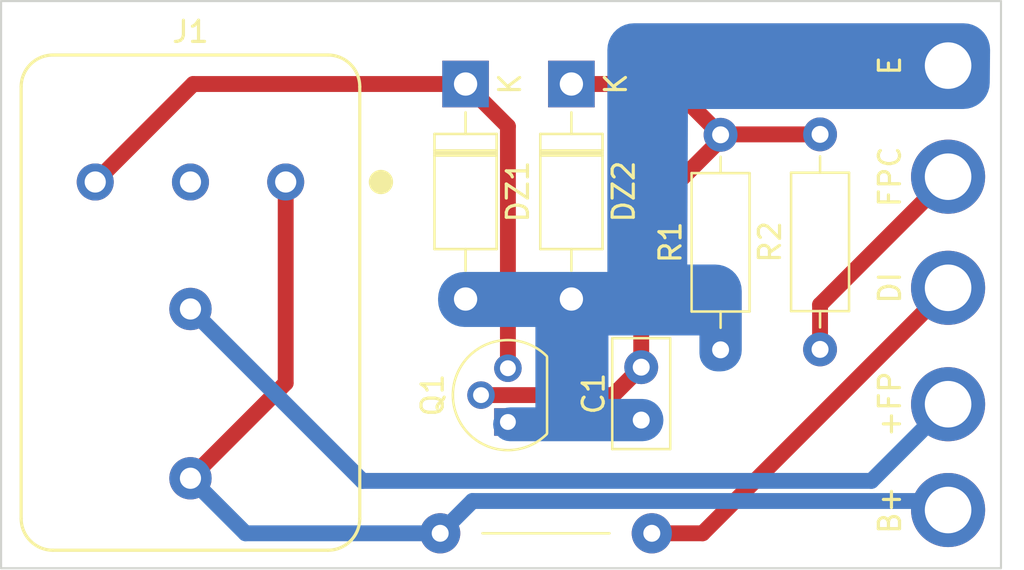
<source format=kicad_pcb>
(kicad_pcb (version 20241229) (generator "pcbnew") (generator_version "9.0")
  (layers (0 "F.Cu" signal) (2 "B.Cu" signal) (13 "F.Paste" user) (15 "B.Paste" user) (5 "F.SilkS" user "F.Silkscreen") (7 "B.SilkS" user "B.Silkscreen") (1 "F.Mask" user) (3 "B.Mask" user) (25 "Edge.Cuts" user))
  (net 0 "")
  (net 1 "Net-(DZ2-K)")
  (net 2 "E")
  (net 4 "+B")
  (net 5 "Net-(DZ1-K)")
  (net 6 "+FP")
  (net 7 "FPC")
  (net 8 "DI")
  (footprint "MountingHole:MountingHole_2.2mm_M2_ISO7380_Pad" (layer "F.Cu") (at 125.75 57.5 90)
    (property "Reference" "FPC" (at 0 -2.75 90) (layer "F.SilkS"))
    (property "Value" "~")
    (pad "1" thru_hole circle (at 0 0 90) (size 3.5 3.5) (drill 2.2) (layers "*.Cu" "*.Mask") (net 7 "FPC"))
  )
  (footprint "Diode_THT:D_DO-41_SOD81_P10.16mm_Horizontal" (layer "F.Cu") (at 102.95 53.12 -90)
    (property "Reference" "DZ1" (at 5.08 -2.47 90) (layer "F.SilkS"))
    (property "Value" "1N4746A")
    (fp_line (start 2.36 1.47) (end 7.8 1.47) (stroke (width 0.12)) (layer "F.SilkS"))
    (fp_line (start 7.8 1.47) (end 7.8 -1.47) (stroke (width 0.12)) (layer "F.SilkS"))
    (fp_line (start 1.34 0) (end 2.36 0) (stroke (width 0.12)) (layer "F.SilkS"))
    (fp_line (start 8.82 0) (end 7.8 0) (stroke (width 0.12)) (layer "F.SilkS"))
    (fp_line (start 2.36 -1.47) (end 2.36 1.47) (stroke (width 0.12)) (layer "F.SilkS"))
    (fp_line (start 3.14 -1.47) (end 3.14 1.47) (stroke (width 0.12)) (layer "F.SilkS"))
    (fp_line (start 3.26 -1.47) (end 3.26 1.47) (stroke (width 0.12)) (layer "F.SilkS"))
    (fp_line (start 3.38 -1.47) (end 3.38 1.47) (stroke (width 0.12)) (layer "F.SilkS"))
    (fp_line (start 7.8 -1.47) (end 2.36 -1.47) (stroke (width 0.12)) (layer "F.SilkS"))
    (fp_text user "K" (at 0 -2.1 90) (layer "F.SilkS"))
    (pad "1" thru_hole rect (at 0 0 270) (size 2.2 2.2) (drill 1.1) (layers "*.Cu" "*.Mask") (net 5 "Net-(DZ1-K)"))
    (pad "2" thru_hole oval (at 10.16 0 270) (size 2.2 2.2) (drill 1.1) (layers "*.Cu" "*.Mask") (net 2 "E"))
  )
  (footprint "Resistor_THT:R_Axial_DIN0207_L6.3mm_D2.5mm_P10.16mm_Horizontal" (layer "F.Cu") (at 115 65.68 90)
    (property "Reference" "R1" (at 5.08 -2.37 90) (layer "F.SilkS"))
    (property "Value" "1M")
    (fp_line (start 8.35 -1.37) (end 1.81 -1.37) (stroke (width 0.12)) (layer "F.SilkS"))
    (fp_line (start 1.81 -1.37) (end 1.81 1.37) (stroke (width 0.12)) (layer "F.SilkS"))
    (fp_line (start 9.12 0) (end 8.35 0) (stroke (width 0.12)) (layer "F.SilkS"))
    (fp_line (start 1.04 0) (end 1.81 0) (stroke (width 0.12)) (layer "F.SilkS"))
    (fp_line (start 8.35 1.37) (end 8.35 -1.37) (stroke (width 0.12)) (layer "F.SilkS"))
    (fp_line (start 1.81 1.37) (end 8.35 1.37) (stroke (width 0.12)) (layer "F.SilkS"))
    (pad "1" thru_hole circle (at 0 0 90) (size 1.6 1.6) (drill 0.8) (layers "*.Cu" "*.Mask") (net 2 "E"))
    (pad "2" thru_hole oval (at 10.16 0 90) (size 1.6 1.6) (drill 0.8) (layers "*.Cu" "*.Mask") (net 1 "Net-(DZ2-K)"))
  )
  (footprint "Capacitor_THT:C_Disc_D5.0mm_W2.5mm_P2.50mm" (layer "F.Cu") (at 111.25 66.5 -90)
    (property "Reference" "C1" (at 1.25 2.25 90) (layer "F.SilkS"))
    (property "Value" "1uF_0603_25V")
    (fp_line (start -1.37 1.37) (end 3.87 1.37) (stroke (width 0.12)) (layer "F.SilkS"))
    (fp_line (start -1.37 -1.37) (end -1.37 1.37) (stroke (width 0.12)) (layer "F.SilkS"))
    (fp_line (start -1.37 -1.37) (end 3.87 -1.37) (stroke (width 0.12)) (layer "F.SilkS"))
    (fp_line (start 3.87 -1.37) (end 3.87 1.37) (stroke (width 0.12)) (layer "F.SilkS"))
    (pad "1" thru_hole circle (at 0 0 270) (size 1.6 1.6) (drill 0.8) (layers "*.Cu" "*.Mask") (net 1 "Net-(DZ2-K)"))
    (pad "2" thru_hole circle (at 2.5 0 270) (size 1.6 1.6) (drill 0.8) (layers "*.Cu" "*.Mask") (net 2 "E"))
  )
  (footprint "PCM_SL_Jumpers:JUP_P10mm" (layer "F.Cu") (at 106.75 74.35)
    (property "Reference" "JP1" (hide yes))
    (property "Value" "JUP_P10mm")
    (fp_line (start -3 0) (end 3 0) (stroke (width 0.12)) (layer "F.SilkS"))
    (pad "1" thru_hole circle (at -5 0) (size 1.9 1.9) (drill 0.8) (layers "*.Cu" "*.Mask") (net 4 "+B"))
    (pad "2" thru_hole circle (at 5 0) (size 1.9 1.9) (drill 0.8) (layers "*.Cu" "*.Mask") (net 8 "DI"))
  )
  (footprint "Package_TO_SOT_THT:TO-92" (layer "F.Cu") (at 104.95 69.09 90)
    (property "Reference" "Q1" (at 1.27 -3.56 90) (layer "F.SilkS"))
    (property "Value" "2N7000")
    (fp_line (start -0.53 1.85) (end 3.07 1.85) (stroke (width 0.12)) (layer "F.SilkS"))
    (fp_arc (start 1.27 -2.6) (mid 3.672087 -0.994977) (end 3.108478 1.838478) (stroke (width 0.12)) (layer "F.SilkS"))
    (fp_arc (start -0.568478 1.838478) (mid -1.132087 -0.994977) (end 1.27 -2.6) (stroke (width 0.12)) (layer "F.SilkS"))
    (pad "1" thru_hole rect (at 0 0 90) (size 1.3 1.3) (drill 0.75) (layers "*.Cu" "*.Mask") (net 2 "E"))
    (pad "2" thru_hole circle (at 1.27 -1.27 90) (size 1.3 1.3) (drill 0.75) (layers "*.Cu" "*.Mask") (net 1 "Net-(DZ2-K)"))
    (pad "3" thru_hole circle (at 2.54 0 90) (size 1.3 1.3) (drill 0.75) (layers "*.Cu" "*.Mask") (net 5 "Net-(DZ1-K)"))
  )
  (footprint "Resistor_THT:R_Axial_DIN0207_L6.3mm_D2.5mm_P10.16mm_Horizontal" (layer "F.Cu") (at 119.7 65.66 90)
    (property "Reference" "R2" (at 5.08 -2.37 90) (layer "F.SilkS"))
    (property "Value" "1k")
    (fp_line (start 8.35 -1.37) (end 1.81 -1.37) (stroke (width 0.12)) (layer "F.SilkS"))
    (fp_line (start 1.81 -1.37) (end 1.81 1.37) (stroke (width 0.12)) (layer "F.SilkS"))
    (fp_line (start 9.12 0) (end 8.35 0) (stroke (width 0.12)) (layer "F.SilkS"))
    (fp_line (start 1.04 0) (end 1.81 0) (stroke (width 0.12)) (layer "F.SilkS"))
    (fp_line (start 8.35 1.37) (end 8.35 -1.37) (stroke (width 0.12)) (layer "F.SilkS"))
    (fp_line (start 1.81 1.37) (end 8.35 1.37) (stroke (width 0.12)) (layer "F.SilkS"))
    (pad "1" thru_hole circle (at 0 0 90) (size 1.6 1.6) (drill 0.8) (layers "*.Cu" "*.Mask") (net 7 "FPC"))
    (pad "2" thru_hole oval (at 10.16 0 90) (size 1.6 1.6) (drill 0.8) (layers "*.Cu" "*.Mask") (net 1 "Net-(DZ2-K)"))
  )
  (footprint "MountingHole:MountingHole_2.2mm_M2_ISO7380_Pad" (layer "F.Cu") (at 125.75 68.25 90)
    (property "Reference" "+FP" (at 0 -2.75 90) (layer "F.SilkS"))
    (property "Value" "~")
    (pad "1" thru_hole circle (at 0 0 90) (size 3.5 3.5) (drill 2.2) (layers "*.Cu" "*.Mask") (net 6 "+FP"))
  )
  (footprint "MountingHole:MountingHole_2.2mm_M2_ISO7380_Pad" (layer "F.Cu") (at 125.75 62.75 90)
    (property "Reference" "DI" (at 0 -2.75 90) (layer "F.SilkS"))
    (property "Value" "~")
    (pad "1" thru_hole circle (at 0 0 90) (size 3.5 3.5) (drill 2.2) (layers "*.Cu" "*.Mask") (net 8 "DI"))
  )
  (footprint "Diode_THT:D_DO-41_SOD81_P10.16mm_Horizontal" (layer "F.Cu") (at 107.95 53.12 -90)
    (property "Reference" "DZ2" (at 5.08 -2.47 90) (layer "F.SilkS"))
    (property "Value" "1N4746A")
    (fp_line (start 2.36 1.47) (end 7.8 1.47) (stroke (width 0.12)) (layer "F.SilkS"))
    (fp_line (start 7.8 1.47) (end 7.8 -1.47) (stroke (width 0.12)) (layer "F.SilkS"))
    (fp_line (start 1.34 0) (end 2.36 0) (stroke (width 0.12)) (layer "F.SilkS"))
    (fp_line (start 8.82 0) (end 7.8 0) (stroke (width 0.12)) (layer "F.SilkS"))
    (fp_line (start 2.36 -1.47) (end 2.36 1.47) (stroke (width 0.12)) (layer "F.SilkS"))
    (fp_line (start 3.14 -1.47) (end 3.14 1.47) (stroke (width 0.12)) (layer "F.SilkS"))
    (fp_line (start 3.26 -1.47) (end 3.26 1.47) (stroke (width 0.12)) (layer "F.SilkS"))
    (fp_line (start 3.38 -1.47) (end 3.38 1.47) (stroke (width 0.12)) (layer "F.SilkS"))
    (fp_line (start 7.8 -1.47) (end 2.36 -1.47) (stroke (width 0.12)) (layer "F.SilkS"))
    (fp_text user "K" (at 0 -2.1 90) (layer "F.SilkS"))
    (pad "1" thru_hole rect (at 0 0 270) (size 2.2 2.2) (drill 1.1) (layers "*.Cu" "*.Mask") (net 1 "Net-(DZ2-K)"))
    (pad "2" thru_hole oval (at 10.16 0 270) (size 2.2 2.2) (drill 1.1) (layers "*.Cu" "*.Mask") (net 2 "E"))
  )
  (footprint "TE_CONNECTIVITY:V23333-Z0002-B049" (layer "F.Cu") (at 89.95 63.75)
    (property "Reference" "J1" (at 0 -13.1 0) (layer "F.SilkS"))
    (property "Value" "V23333-Z0002-B049")
    (fp_line (start -8.000001 9.900001) (end -8 -10.5) (stroke (width 0.15)) (layer "F.SilkS"))
    (fp_line (start -6.5 -12) (end 6.5 -12) (stroke (width 0.15)) (layer "F.SilkS"))
    (fp_line (start 6.500001 11.400001) (end -6.500001 11.400001) (stroke (width 0.15)) (layer "F.SilkS"))
    (fp_line (start 8 -10.5) (end 8.000001 9.900001) (stroke (width 0.15)) (layer "F.SilkS"))
    (fp_arc (start -8 -10.5) (mid -7.56066 -11.56066) (end -6.5 -12) (stroke (width 0.15)) (layer "F.SilkS"))
    (fp_arc (start -6.500001 11.400001) (mid -7.560661 10.960661) (end -8.000001 9.900001) (stroke (width 0.15)) (layer "F.SilkS"))
    (fp_arc (start 6.5 -12) (mid 7.56066 -11.56066) (end 8 -10.5) (stroke (width 0.15)) (layer "F.SilkS"))
    (fp_arc (start 8.000001 9.900001) (mid 7.560661 10.960661) (end 6.500001 11.400001) (stroke (width 0.15)) (layer "F.SilkS"))
    (fp_circle (center 9 -6) (end 9.5 -6) (stroke (width 0.15)) (fill yes) (layer "F.SilkS"))
    (pad "1" thru_hole circle (at 4.5 -6) (size 1.75 1.75) (drill 1) (layers "*.Cu" "*.Mask") (net 4 "+B"))
    (pad "2" thru_hole circle (at -4.5 -6) (size 1.75 1.75) (drill 1) (layers "*.Cu" "*.Mask") (net 5 "Net-(DZ1-K)"))
    (pad "3" thru_hole circle (at 0 8) (size 2 2) (drill 1) (layers "*.Cu" "*.Mask") (net 4 "+B"))
    (pad "4" thru_hole circle (at 0 -6) (size 1.75 1.75) (drill 1) (layers "*.Cu" "*.Mask"))
    (pad "5" thru_hole circle (at 0 0) (size 2 2) (drill 1) (layers "*.Cu" "*.Mask") (net 6 "+FP"))
  )
  (footprint "MountingHole:MountingHole_2.2mm_M2_ISO7380_Pad" (layer "F.Cu") (at 125.75 73.25 90)
    (property "Reference" "B+" (at 0 -2.75 90) (layer "F.SilkS"))
    (property "Value" "~")
    (pad "1" thru_hole circle (at 0 0 90) (size 3.5 3.5) (drill 2.2) (layers "*.Cu" "*.Mask") (net 4 "+B"))
  )
  (footprint "MountingHole:MountingHole_2.2mm_M2_ISO7380_Pad" (layer "F.Cu") (at 125.75 52.25 90)
    (property "Reference" "E" (at 0 -2.75 90) (layer "F.SilkS"))
    (property "Value" "~")
    (pad "1" thru_hole circle (at 0 0 90) (size 3.5 3.5) (drill 2.2) (layers "*.Cu" "*.Mask") (net 2 "E"))
  )
  (gr_rect (start 81 49.2) (end 128.25 76) (stroke (width 0.1)) (fill no) (layer "Edge.Cuts"))
  (segment (start 115 55.52) (end 115 55.75) (width 0.75) (layer "F.Cu") (net 1))
  (segment (start 109.93 67.82) (end 111.25 66.5) (width 0.75) (layer "F.Cu") (net 1))
  (segment (start 115.02 55.5) (end 115 55.52) (width 0.75) (layer "F.Cu") (net 1))
  (segment (start 103.68 67.82) (end 109.93 67.82) (width 0.75) (layer "F.Cu") (net 1))
  (segment (start 111.25 59.5) (end 111.25 66.5) (width 0.75) (layer "F.Cu") (net 1))
  (segment (start 115 55.52) (end 112.6 53.12) (width 0.75) (layer "F.Cu") (net 1))
  (segment (start 112.6 53.12) (end 107.95 53.12) (width 0.75) (layer "F.Cu") (net 1))
  (segment (start 115 55.75) (end 111.25 59.5) (width 0.75) (layer "F.Cu") (net 1))
  (segment (start 119.7 55.5) (end 115.02 55.5) (width 0.75) (layer "F.Cu") (net 1))
  (segment (start 94.45 67.25) (end 94.45 57.75) (width 0.75) (layer "F.Cu") (net 4))
  (segment (start 89.95 71.75) (end 94.45 67.25) (width 0.75) (layer "F.Cu") (net 4))
  (segment (start 92.55 74.35) (end 89.95 71.75) (width 0.75) (layer "B.Cu") (net 4))
  (segment (start 125.75 73.25) (end 125.324 72.824) (width 0.75) (layer "B.Cu") (net 4))
  (segment (start 101.75 74.35) (end 92.55 74.35) (width 0.75) (layer "B.Cu") (net 4))
  (segment (start 103.276 72.824) (end 101.75 74.35) (width 0.75) (layer "B.Cu") (net 4))
  (segment (start 125.324 72.824) (end 103.276 72.824) (width 0.75) (layer "B.Cu") (net 4))
  (segment (start 85.45 57.75) (end 90.08 53.12) (width 0.75) (layer "F.Cu") (net 5))
  (segment (start 90.08 53.12) (end 102.95 53.12) (width 0.75) (layer "F.Cu") (net 5))
  (segment (start 102.95 53.12) (end 104.95 55.12) (width 0.75) (layer "F.Cu") (net 5))
  (segment (start 104.95 66.55) (end 104.948 66.548) (width 1) (layer "F.Cu") (net 5))
  (segment (start 104.95 55.12) (end 104.95 66.55) (width 0.75) (layer "F.Cu") (net 5))
  (segment (start 98.073 71.873) (end 122.127 71.873) (width 0.75) (layer "B.Cu") (net 6))
  (segment (start 89.95 63.75) (end 98.073 71.873) (width 0.75) (layer "B.Cu") (net 6))
  (segment (start 122.127 71.873) (end 125.75 68.25) (width 0.75) (layer "B.Cu") (net 6))
  (segment (start 119.7 63.55) (end 125.75 57.5) (width 0.75) (layer "F.Cu") (net 7))
  (segment (start 119.7 65.66) (end 119.7 63.55) (width 0.75) (layer "F.Cu") (net 7))
  (segment (start 114.15 74.35) (end 125.75 62.75) (width 0.75) (layer "F.Cu") (net 8))
  (segment (start 111.75 74.35) (end 114.15 74.35) (width 0.75) (layer "F.Cu") (net 8))
  (zone (net 2) (net_name "E") (layer "B.Cu") (connect_pads yes (clearance 0.25)) (min_thickness 0.25) (fill yes (thermal_gap 0.5) (thermal_bridge_width 0.5) (smoothing fillet) (radius 1.25))
    (polygon (pts (xy 104.25 68.4) (xy 106.25 68.4) (xy 106.25 64.6) (xy 101.65 64.6) (xy 101.65 62) (xy 109.65 62) (xy 109.65 50.25) (xy 127.747488 50.25) (xy 127.70679 54.3) (xy 113.456094 54.3) (xy 113.425323 61.65) (xy 116 61.65) (xy 116 66.7) (xy 114 66.7) (xy 114 65) (xy 109.7 65) (xy 109.7 68) (xy 112.3 68) (xy 112.3 70) (xy 104.25 70)))
  )
)
</source>
